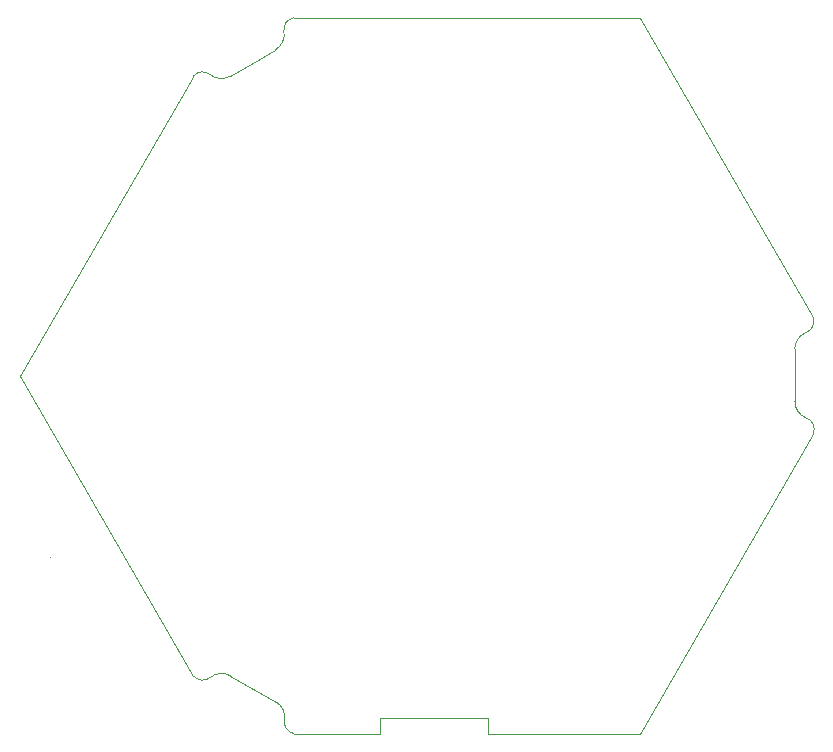
<source format=gm1>
G04 #@! TF.GenerationSoftware,KiCad,Pcbnew,(5.1.6)-1*
G04 #@! TF.CreationDate,2021-11-15T16:14:39+01:00*
G04 #@! TF.ProjectId,SoundModulev2,536f756e-644d-46f6-9475-6c6576322e6b,rev?*
G04 #@! TF.SameCoordinates,Original*
G04 #@! TF.FileFunction,Profile,NP*
%FSLAX46Y46*%
G04 Gerber Fmt 4.6, Leading zero omitted, Abs format (unit mm)*
G04 Created by KiCad (PCBNEW (5.1.6)-1) date 2021-11-15 16:14:39*
%MOMM*%
%LPD*%
G01*
G04 APERTURE LIST*
G04 #@! TA.AperFunction,Profile*
%ADD10C,0.050000*%
G04 #@! TD*
G04 APERTURE END LIST*
D10*
X117931880Y-108250360D02*
X117926797Y-108268378D01*
X117931879Y-106954962D02*
X117931880Y-108250360D01*
X139997920Y-108268380D02*
X128087922Y-108268380D01*
X89989802Y-93304361D02*
X89989802Y-93304361D01*
X87497919Y-77957678D02*
X102156260Y-103346509D01*
X127075880Y-108250360D02*
X127075880Y-106954962D01*
X127075880Y-106954962D02*
X117931879Y-106954962D01*
X139997920Y-108268380D02*
X154657634Y-82877166D01*
X139997922Y-47646980D02*
X110687800Y-47646978D01*
X154666987Y-82816777D02*
G75*
G03*
X154069196Y-81534810I-939879J342088D01*
G01*
X154040823Y-74290852D02*
G75*
G03*
X154638614Y-73008881I-342090J939881D01*
G01*
X153093141Y-80140126D02*
G75*
G03*
X154069196Y-81534810I1484459J0D01*
G01*
X154040442Y-74289869D02*
G75*
G03*
X153077600Y-75690964I537989J-1401093D01*
G01*
X117926797Y-108268378D02*
X110738601Y-108268381D01*
X128087922Y-108268380D02*
X127096200Y-108268380D01*
X102183950Y-103375763D02*
G75*
G03*
X103593063Y-103499044I766197J642916D01*
G01*
X102165762Y-52580462D02*
X102125159Y-52622720D01*
X105269019Y-52591300D02*
X107200252Y-51476299D01*
X103574217Y-52458000D02*
G75*
G03*
X105269019Y-52591300I944388J1166456D01*
G01*
X109880703Y-107096447D02*
G75*
G03*
X110692026Y-108255136I985006J-173683D01*
G01*
X110692026Y-108255136D02*
X110738601Y-108268381D01*
X105288918Y-103351100D02*
G75*
G03*
X103593063Y-103499044I-742229J-1285575D01*
G01*
X109881741Y-107096611D02*
G75*
G03*
X109149780Y-105562219I-1482375J234635D01*
G01*
X109149780Y-105562219D02*
X107218546Y-104447220D01*
X110645462Y-47651941D02*
X110687800Y-47646978D01*
X107200252Y-51476299D02*
X109114336Y-50353252D01*
X103574876Y-52457178D02*
G75*
G03*
X102165762Y-52580462I-642915J-766199D01*
G01*
X153077600Y-75690964D02*
X153077601Y-77920958D01*
X154621042Y-72974818D02*
X139997922Y-47646980D01*
X154666991Y-82816779D02*
X154657634Y-82877166D01*
X110645463Y-47651940D02*
G75*
G03*
X109834140Y-48810629I173683J-985006D01*
G01*
X102125159Y-52622720D02*
X87497919Y-77957678D01*
X153077601Y-77920958D02*
X153093145Y-80140127D01*
X109114332Y-50353250D02*
G75*
G03*
X109834140Y-48810629I-742221J1285577D01*
G01*
X154621042Y-72974818D02*
X154638614Y-73008881D01*
X127075880Y-108250360D02*
X127096200Y-108268380D01*
X102156260Y-103346509D02*
X102183946Y-103375761D01*
X107218546Y-104447220D02*
X105288922Y-103351099D01*
M02*

</source>
